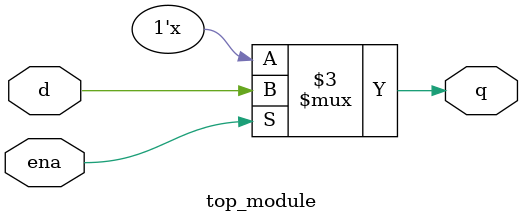
<source format=sv>
module top_module (
	input d,
	input ena,
	output logic q
);

always @(d or ena) begin
    if (ena) begin
        q = d;
    end
    // If ena is not active, q retains its value
end

endmodule

</source>
